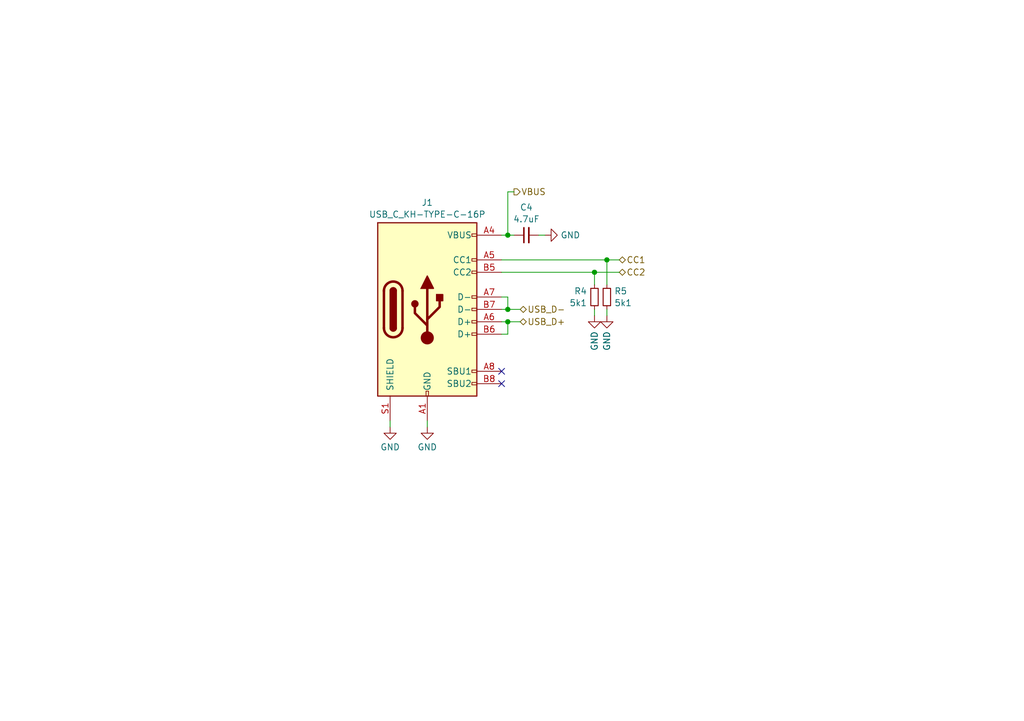
<source format=kicad_sch>
(kicad_sch (version 20230121) (generator eeschema)
  (paper "A5")
  (lib_symbols
    (symbol "Device:C_Small" (pin_numbers hide) (pin_names (offset 0.254) hide)
      (property "Reference" "C" (at 0.254 1.778 0))
      (property "Value" "C_Small" (at 0.254 -2.032 0))
      (symbol "C_Small_0_1"
        (polyline (pts (xy -1.524 -0.508) (xy 1.524 -0.508)) (stroke (width 0.3302)))
        (polyline (pts (xy -1.524 0.508) (xy 1.524 0.508)) (stroke (width 0.3048)))
      )
      (symbol "C_Small_1_1"
        (pin passive line (at 0 2.54 270) (length 2.032) (name "~") (number "1"))
        (pin passive line (at 0 -2.54 90) (length 2.032) (name "~") (number "2"))
      )
    )
    (symbol "Device:R_Small" (pin_numbers hide) (pin_names (offset 0.254) hide)
      (property "Reference" "R" (at 0.762 0.508 0))
      (property "Value" "R_Small" (at 0.762 -1.016 0))
      (symbol "R_Small_0_1"
        (rectangle (start -0.762 1.778) (end 0.762 -1.778) (stroke (width 0.2032)))
      )
      (symbol "R_Small_1_1"
        (pin passive line (at 0 2.54 270) (length 0.762) (name "~") (number "1"))
        (pin passive line (at 0 -2.54 90) (length 0.762) (name "~") (number "2"))
      )
    )
    (symbol "plentify_symbols:USB_C_KH-TYPE-C-16P" (pin_names (offset 1.016))
      (property "Reference" "J" (at -10.16 19.05 0))
      (property "Value" "USB_C_KH-TYPE-C-16P" (at 19.05 19.05 0))
      (symbol "USB_C_KH-TYPE-C-16P_0_0"
        (rectangle (start -0.254 -17.78) (end 0.254 -16.764))
        (rectangle (start 10.16 -14.986) (end 9.144 -15.494))
        (rectangle (start 10.16 -12.446) (end 9.144 -12.954))
        (rectangle (start 10.16 -4.826) (end 9.144 -5.334))
        (rectangle (start 10.16 -2.286) (end 9.144 -2.794))
        (rectangle (start 10.16 0.254) (end 9.144 -0.254))
        (rectangle (start 10.16 2.794) (end 9.144 2.286))
        (rectangle (start 10.16 7.874) (end 9.144 7.366))
        (rectangle (start 10.16 10.414) (end 9.144 9.906))
        (rectangle (start 10.16 15.494) (end 9.144 14.986))
      )
      (symbol "USB_C_KH-TYPE-C-16P_0_1"
        (rectangle (start -10.16 17.78) (end 10.16 -17.78) (stroke (width 0.254)) (fill (type background)))
        (arc (start -8.89 -3.81) (mid -6.985 -5.7067) (end -5.08 -3.81) (stroke (width 0.508)))
        (arc (start -7.62 -3.81) (mid -6.985 -4.4423) (end -6.35 -3.81) (stroke (width 0.254)))
        (arc (start -7.62 -3.81) (mid -6.985 -4.4423) (end -6.35 -3.81) (stroke (width 0.254)) (fill (type outline)))
        (rectangle (start -7.62 -3.81) (end -6.35 3.81) (stroke (width 0.254)) (fill (type outline)))
        (arc (start -6.35 3.81) (mid -6.985 4.4423) (end -7.62 3.81) (stroke (width 0.254)))
        (arc (start -6.35 3.81) (mid -6.985 4.4423) (end -7.62 3.81) (stroke (width 0.254)) (fill (type outline)))
        (arc (start -5.08 3.81) (mid -6.985 5.7067) (end -8.89 3.81) (stroke (width 0.508)))
        (circle (center -2.54 1.143) (radius 0.635) (stroke (width 0.254)) (fill (type outline)))
        (circle (center 0 -5.842) (radius 1.27) (fill (type outline)))
        (polyline (pts (xy -8.89 -3.81) (xy -8.89 3.81)) (stroke (width 0.508)))
        (polyline (pts (xy -5.08 3.81) (xy -5.08 -3.81)) (stroke (width 0.508)))
        (polyline (pts (xy 0 -5.842) (xy 0 4.318)) (stroke (width 0.508)))
        (polyline (pts (xy 0 -3.302) (xy -2.54 -0.762) (xy -2.54 0.508)) (stroke (width 0.508)))
        (polyline (pts (xy 0 -2.032) (xy 2.54 0.508) (xy 2.54 1.778)) (stroke (width 0.508)))
        (polyline (pts (xy -1.27 4.318) (xy 0 6.858) (xy 1.27 4.318) (xy -1.27 4.318)) (stroke (width 0.254)) (fill (type outline)))
        (rectangle (start 1.905 1.778) (end 3.175 3.048) (stroke (width 0.254)) (fill (type outline)))
      )
      (symbol "USB_C_KH-TYPE-C-16P_1_1"
        (pin passive line (at 0 -22.86 90) (length 5.08) (name "GND") (number "A1"))
        (pin passive line (at 0 -22.86 90) (length 5.08) hide (name "GND") (number "A12"))
        (pin passive line (at 15.24 15.24 180) (length 5.08) (name "VBUS") (number "A4"))
        (pin bidirectional line (at 15.24 10.16 180) (length 5.08) (name "CC1") (number "A5"))
        (pin bidirectional line (at 15.24 -2.54 180) (length 5.08) (name "D+") (number "A6"))
        (pin bidirectional line (at 15.24 2.54 180) (length 5.08) (name "D-") (number "A7"))
        (pin bidirectional line (at 15.24 -12.7 180) (length 5.08) (name "SBU1") (number "A8"))
        (pin passive line (at 15.24 15.24 180) (length 5.08) hide (name "VBUS") (number "A9"))
        (pin passive line (at 0 -22.86 90) (length 5.08) hide (name "GND") (number "B1"))
        (pin passive line (at 0 -22.86 90) (length 5.08) hide (name "GND") (number "B12"))
        (pin passive line (at 15.24 15.24 180) (length 5.08) hide (name "VBUS") (number "B4"))
        (pin bidirectional line (at 15.24 7.62 180) (length 5.08) (name "CC2") (number "B5"))
        (pin bidirectional line (at 15.24 -5.08 180) (length 5.08) (name "D+") (number "B6"))
        (pin bidirectional line (at 15.24 0 180) (length 5.08) (name "D-") (number "B7"))
        (pin bidirectional line (at 15.24 -15.24 180) (length 5.08) (name "SBU2") (number "B8"))
        (pin passive line (at 15.24 15.24 180) (length 5.08) hide (name "VBUS") (number "B9"))
        (pin passive line (at -7.62 -22.86 90) (length 5.08) (name "SHIELD") (number "S1"))
      )
    )
    (symbol "power:GND" (power) (pin_names (offset 0))
      (property "Value" "GND" (at 0 -3.81 0))
      (symbol "GND_0_1"
        (polyline (pts (xy 0 0) (xy 0 -1.27) (xy 1.27 -1.27) (xy 0 -2.54) (xy -1.27 -1.27) (xy 0 -1.27)))
      )
      (symbol "GND_1_1"
        (pin power_in line (at 0 0 270) (length 0) hide (name "GND") (number "1"))
      )
    )
  )
  (junction (at 104.14 48.26))
  (junction (at 104.14 63.5))
  (junction (at 121.92 55.88))
  (junction (at 124.46 53.34))
  (junction (at 104.14 66.04))
  (no_connect (at 102.87 76.2))
  (no_connect (at 102.87 78.74))
  (wire (pts (xy 87.63 86.36) (xy 87.63 87.63)))
  (wire (pts (xy 102.87 68.58) (xy 104.14 68.58)))
  (wire (pts (xy 104.14 39.37) (xy 104.14 48.26)))
  (wire (pts (xy 104.14 66.04) (xy 106.68 66.04)))
  (wire (pts (xy 102.87 66.04) (xy 104.14 66.04)))
  (wire (pts (xy 124.46 53.34) (xy 127 53.34)))
  (wire (pts (xy 104.14 66.04) (xy 104.14 68.58)))
  (wire (pts (xy 80.01 86.36) (xy 80.01 87.63)))
  (wire (pts (xy 124.46 63.5) (xy 124.46 64.77)))
  (wire (pts (xy 104.14 63.5) (xy 106.68 63.5)))
  (wire (pts (xy 104.14 60.96) (xy 104.14 63.5)))
  (wire (pts (xy 102.87 53.34) (xy 124.46 53.34)))
  (wire (pts (xy 124.46 53.34) (xy 124.46 58.42)))
  (wire (pts (xy 104.14 48.26) (xy 105.41 48.26)))
  (wire (pts (xy 121.92 55.88) (xy 127 55.88)))
  (wire (pts (xy 110.49 48.26) (xy 111.76 48.26)))
  (wire (pts (xy 102.87 48.26) (xy 104.14 48.26)))
  (wire (pts (xy 102.87 60.96) (xy 104.14 60.96)))
  (wire (pts (xy 121.92 63.5) (xy 121.92 64.77)))
  (wire (pts (xy 104.14 39.37) (xy 105.41 39.37)))
  (wire (pts (xy 102.87 63.5) (xy 104.14 63.5)))
  (wire (pts (xy 121.92 55.88) (xy 121.92 58.42)))
  (wire (pts (xy 102.87 55.88) (xy 121.92 55.88)))
  (hierarchical_label "CC2" (shape bidirectional) (at 127 55.88 0))
  (hierarchical_label "VBUS" (shape output) (at 105.41 39.37 0))
  (hierarchical_label "CC1" (shape bidirectional) (at 127 53.34 0))
  (hierarchical_label "USB_D-" (shape bidirectional) (at 106.68 63.5 0))
  (hierarchical_label "USB_D+" (shape bidirectional) (at 106.68 66.04 0))
  (symbol (lib_id "Device:R_Small") (at 121.92 60.96 0) (unit 1)
    (property "Reference" "R4" (at 120.4215 59.7479 0) (effects (justify right)))
    (property "Value" "5k1" (at 120.4215 62.1721 0) (effects (justify right)))
    (property "Footprint" "Resistor_SMD:R_0402_1005Metric" (effects hide))
  )
  (symbol (lib_id "power:GND") (at 121.92 64.77 0) (unit 1)
    (property "Reference" "#PWR022" (effects hide))
    (property "Value" "GND" (at 121.92 67.945 90) (effects (justify right)))
  )
  (symbol (lib_id "Device:C_Small") (at 107.95 48.26 90) (unit 1)
    (property "Reference" "C4" (at 107.9563 42.5536 90))
    (property "Value" "4.7uF" (at 107.9563 44.9778 90))
  )
  (symbol (lib_id "power:GND") (at 80.01 87.63 0) (unit 1)
    (property "Reference" "#PWR020" (effects hide))
    (property "Value" "GND" (at 80.01 91.7631 0))
  )
  (symbol (lib_id "power:GND") (at 111.76 48.26 90) (unit 1)
    (property "Reference" "#PWR026" (effects hide))
    (property "Value" "GND" (at 114.935 48.26 90) (effects (justify right)))
  )
  (symbol (lib_id "Device:R_Small") (at 124.46 60.96 0) (unit 1)
    (property "Reference" "R5" (at 125.9586 59.7479 0) (effects (justify left)))
    (property "Value" "5k1" (at 125.9586 62.1721 0) (effects (justify left)))
    (property "Footprint" "Resistor_SMD:R_0402_1005Metric" (effects hide))
  )
  (symbol (lib_id "plentify_symbols:USB_C_KH-TYPE-C-16P") (at 87.63 63.5 0) (unit 1)
    (property "Reference" "J1" (at 87.63 41.5757 0))
    (property "Value" "USB_C_KH-TYPE-C-16P" (at 87.63 43.9999 0))
    (property "Footprint" "Connector_USB:USB_C_Receptacle_XKB_U262-16XN-4BVC11" (effects hide))
    (property "Datasheet" "https://datasheet.lcsc.com/lcsc/2009111434_Shenzhen-Kinghelm-Elec-KH-TYPE-C-16P_C709357.pdf" (effects hide))
    (property "SKU" "CON-SMD-0018" (effects hide))
    (property "MPN" "KH-TYPE-C-16P" (effects hide))
  )
  (symbol (lib_id "power:GND") (at 124.46 64.77 0) (unit 1)
    (property "Reference" "#PWR025" (effects hide))
    (property "Value" "GND" (at 124.46 67.945 90) (effects (justify right)))
  )
  (symbol (lib_id "power:GND") (at 87.63 87.63 0) (unit 1)
    (property "Reference" "#PWR021" (effects hide))
    (property "Value" "GND" (at 87.63 91.7631 0))
  )
)
</source>
